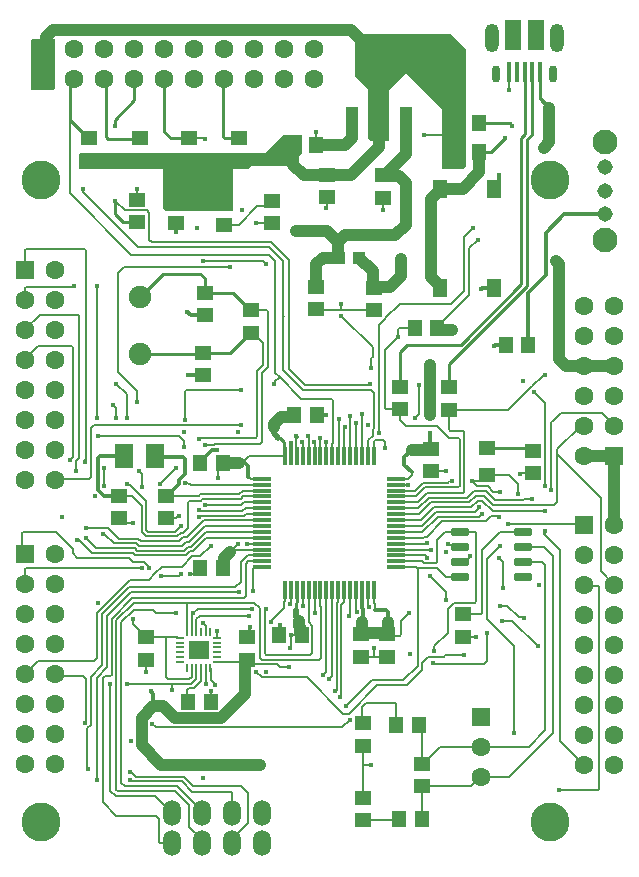
<source format=gbr>
%TF.GenerationSoftware,Altium Limited,Altium Designer,20.2.5 (213)*%
G04 Layer_Physical_Order=1*
G04 Layer_Color=255*
%FSLAX45Y45*%
%MOMM*%
%TF.SameCoordinates,0B4FD596-2A60-4D0F-BAE7-1B06E363B609*%
%TF.FilePolarity,Positive*%
%TF.FileFunction,Copper,L1,Top,Signal*%
%TF.Part,Single*%
G01*
G75*
%TA.AperFunction,SMDPad,CuDef*%
%ADD10R,1.39700X1.27000*%
%ADD11R,1.20000X1.40000*%
G04:AMPARAMS|DCode=12|XSize=1.58mm|YSize=0.6mm|CornerRadius=0.075mm|HoleSize=0mm|Usage=FLASHONLY|Rotation=0.000|XOffset=0mm|YOffset=0mm|HoleType=Round|Shape=RoundedRectangle|*
%AMROUNDEDRECTD12*
21,1,1.58000,0.45000,0,0,0.0*
21,1,1.43000,0.60000,0,0,0.0*
1,1,0.15000,0.71500,-0.22500*
1,1,0.15000,-0.71500,-0.22500*
1,1,0.15000,-0.71500,0.22500*
1,1,0.15000,0.71500,0.22500*
%
%ADD12ROUNDEDRECTD12*%
G04:AMPARAMS|DCode=13|XSize=1.56mm|YSize=0.28mm|CornerRadius=0.07mm|HoleSize=0mm|Usage=FLASHONLY|Rotation=90.000|XOffset=0mm|YOffset=0mm|HoleType=Round|Shape=RoundedRectangle|*
%AMROUNDEDRECTD13*
21,1,1.56000,0.14000,0,0,90.0*
21,1,1.42000,0.28000,0,0,90.0*
1,1,0.14000,0.07000,0.71000*
1,1,0.14000,0.07000,-0.71000*
1,1,0.14000,-0.07000,-0.71000*
1,1,0.14000,-0.07000,0.71000*
%
%ADD13ROUNDEDRECTD13*%
G04:AMPARAMS|DCode=14|XSize=1.56mm|YSize=0.28mm|CornerRadius=0.07mm|HoleSize=0mm|Usage=FLASHONLY|Rotation=180.000|XOffset=0mm|YOffset=0mm|HoleType=Round|Shape=RoundedRectangle|*
%AMROUNDEDRECTD14*
21,1,1.56000,0.14000,0,0,180.0*
21,1,1.42000,0.28000,0,0,180.0*
1,1,0.14000,-0.71000,0.07000*
1,1,0.14000,0.71000,0.07000*
1,1,0.14000,0.71000,-0.07000*
1,1,0.14000,-0.71000,-0.07000*
%
%ADD14ROUNDEDRECTD14*%
%ADD15R,1.40000X1.20000*%
%ADD16R,1.00000X2.40000*%
%ADD17R,3.30000X2.40000*%
%ADD18R,1.10000X1.00000*%
%TA.AperFunction,ConnectorPad*%
%ADD19R,1.42500X2.50000*%
%ADD20R,0.40000X1.75000*%
%TA.AperFunction,SMDPad,CuDef*%
%ADD21R,1.70000X1.54000*%
G04:AMPARAMS|DCode=22|XSize=0.22mm|YSize=0.64mm|CornerRadius=0.0275mm|HoleSize=0mm|Usage=FLASHONLY|Rotation=0.000|XOffset=0mm|YOffset=0mm|HoleType=Round|Shape=RoundedRectangle|*
%AMROUNDEDRECTD22*
21,1,0.22000,0.58500,0,0,0.0*
21,1,0.16500,0.64000,0,0,0.0*
1,1,0.05500,0.08250,-0.29250*
1,1,0.05500,-0.08250,-0.29250*
1,1,0.05500,-0.08250,0.29250*
1,1,0.05500,0.08250,0.29250*
%
%ADD22ROUNDEDRECTD22*%
G04:AMPARAMS|DCode=23|XSize=0.64mm|YSize=0.22mm|CornerRadius=0.0275mm|HoleSize=0mm|Usage=FLASHONLY|Rotation=0.000|XOffset=0mm|YOffset=0mm|HoleType=Round|Shape=RoundedRectangle|*
%AMROUNDEDRECTD23*
21,1,0.64000,0.16500,0,0,0.0*
21,1,0.58500,0.22000,0,0,0.0*
1,1,0.05500,0.29250,-0.08250*
1,1,0.05500,-0.29250,-0.08250*
1,1,0.05500,-0.29250,0.08250*
1,1,0.05500,0.29250,0.08250*
%
%ADD23ROUNDEDRECTD23*%
%ADD24R,1.65000X2.00000*%
%ADD25R,1.27000X1.52400*%
%TA.AperFunction,Conductor*%
%ADD26C,0.20000*%
%ADD27C,0.30000*%
%ADD28C,1.00000*%
%ADD29C,0.25000*%
%ADD30C,0.50000*%
%TA.AperFunction,ComponentPad*%
%ADD31C,1.30800*%
%ADD32C,2.10000*%
%ADD33C,1.60000*%
%ADD34R,1.60000X1.60000*%
%ADD35C,1.90500*%
%ADD36R,1.60000X1.60000*%
%ADD37O,1.52400X2.18440*%
%ADD38O,1.20000X2.40000*%
%ADD39O,0.73000X1.46000*%
%TA.AperFunction,ViaPad*%
%ADD40C,0.40000*%
%ADD41C,1.00000*%
%ADD42C,3.30000*%
G36*
X8813800Y10401300D02*
X8814767Y10400333D01*
X8809906Y10388600D01*
X8610600D01*
Y10807700D01*
X8623300Y10820400D01*
X8813800D01*
Y10401300D01*
D02*
G37*
G36*
X12293600Y10731500D02*
Y10236200D01*
Y9740900D01*
X12268200Y9715500D01*
X12090400D01*
Y10223500D01*
X11785600Y10528300D01*
X11645900Y10388600D01*
Y9956800D01*
X11493500D01*
X11468100Y9982200D01*
Y10388600D01*
X11353800Y10502900D01*
Y10858500D01*
X12166600D01*
X12293600Y10731500D01*
D02*
G37*
G36*
X10909300Y9855200D02*
X10795000Y9740900D01*
X10477500D01*
X10452100Y9715500D01*
X10325100D01*
Y9613900D01*
D01*
Y9359900D01*
X9753600D01*
X9728200Y9385300D01*
Y9597678D01*
Y9715500D01*
X9017000D01*
Y9842500D01*
X9029700Y9855200D01*
X10591800D01*
X10744200Y10007600D01*
X10909300D01*
Y9855200D01*
D02*
G37*
D10*
X10248900Y9245600D02*
D03*
Y9474200D02*
D03*
X12471400Y7124700D02*
D03*
Y7353300D02*
D03*
D11*
X10712260Y5766140D02*
D03*
X10902260D02*
D03*
X11030140Y7632360D02*
D03*
X10840140D02*
D03*
X10833100Y9918700D02*
D03*
X11023100D02*
D03*
X11729140Y4210320D02*
D03*
X11919140D02*
D03*
X11703740Y5010420D02*
D03*
X11893740D02*
D03*
X11861800Y8369300D02*
D03*
X12051800D02*
D03*
X9944600Y5207000D02*
D03*
X10134600D02*
D03*
X12215834Y9861392D02*
D03*
X12405834D02*
D03*
X12819960Y8222980D02*
D03*
X12629960D02*
D03*
X12216334Y10102692D02*
D03*
X12406334D02*
D03*
X10236200Y6337300D02*
D03*
X10046200D02*
D03*
X10236200Y7226300D02*
D03*
X10046200D02*
D03*
D12*
X12242500Y6642100D02*
D03*
Y6515100D02*
D03*
Y6388100D02*
D03*
Y6261100D02*
D03*
X12776500D02*
D03*
Y6388100D02*
D03*
Y6515100D02*
D03*
Y6642100D02*
D03*
D13*
X11512900Y7286300D02*
D03*
X11462900D02*
D03*
X11412900D02*
D03*
X11362900D02*
D03*
X11312900D02*
D03*
X11262900D02*
D03*
X11212900D02*
D03*
X11162900D02*
D03*
X11112900D02*
D03*
X11062900D02*
D03*
X11012900D02*
D03*
X10962900D02*
D03*
X10912900D02*
D03*
X10862900D02*
D03*
X10812900D02*
D03*
X10762900D02*
D03*
Y6150300D02*
D03*
X10812900D02*
D03*
X10862900D02*
D03*
X10912900D02*
D03*
X10962900D02*
D03*
X11012900D02*
D03*
X11062900D02*
D03*
X11112900D02*
D03*
X11162900D02*
D03*
X11212900D02*
D03*
X11262900D02*
D03*
X11312900D02*
D03*
X11362900D02*
D03*
X11412900D02*
D03*
X11462900D02*
D03*
X11512900D02*
D03*
D14*
X10569900Y7093300D02*
D03*
Y7043300D02*
D03*
Y6993300D02*
D03*
Y6943300D02*
D03*
Y6893300D02*
D03*
Y6843300D02*
D03*
Y6793300D02*
D03*
Y6743300D02*
D03*
Y6693300D02*
D03*
Y6643300D02*
D03*
Y6593300D02*
D03*
Y6543300D02*
D03*
Y6493300D02*
D03*
Y6443300D02*
D03*
Y6393300D02*
D03*
Y6343300D02*
D03*
X11705900D02*
D03*
Y6393300D02*
D03*
Y6443300D02*
D03*
Y6493300D02*
D03*
Y6543300D02*
D03*
Y6593300D02*
D03*
Y6643300D02*
D03*
Y6693300D02*
D03*
Y6743300D02*
D03*
Y6793300D02*
D03*
Y6843300D02*
D03*
Y6893300D02*
D03*
Y6943300D02*
D03*
Y6993300D02*
D03*
Y7043300D02*
D03*
Y7093300D02*
D03*
D15*
X11404600Y5588000D02*
D03*
Y5778000D02*
D03*
X12001160Y7156260D02*
D03*
Y7346260D02*
D03*
X10369820Y9975160D02*
D03*
Y9785160D02*
D03*
X9099820Y9975160D02*
D03*
Y9785160D02*
D03*
X9531620Y9975160D02*
D03*
Y9785160D02*
D03*
X9506220Y9454460D02*
D03*
Y9264460D02*
D03*
X9950720Y9975160D02*
D03*
Y9785160D02*
D03*
X12865100Y7137900D02*
D03*
Y7327900D02*
D03*
X9842160Y9448300D02*
D03*
Y9258300D02*
D03*
X11595100Y9474200D02*
D03*
Y9664200D02*
D03*
X11115505Y9477140D02*
D03*
Y9667140D02*
D03*
X11023260Y8717860D02*
D03*
Y8527860D02*
D03*
X10655300Y9448300D02*
D03*
Y9258300D02*
D03*
X11734800Y7684000D02*
D03*
Y7874000D02*
D03*
X11919220Y4679260D02*
D03*
Y4489260D02*
D03*
X11426434Y4832160D02*
D03*
Y5022160D02*
D03*
X12270407Y5757340D02*
D03*
Y5947340D02*
D03*
X11423808Y4390580D02*
D03*
Y4200580D02*
D03*
X9587736Y5562252D02*
D03*
Y5752252D02*
D03*
X10439400Y5752600D02*
D03*
Y5562600D02*
D03*
X11512900Y8521200D02*
D03*
Y8711200D02*
D03*
X12147820Y7866960D02*
D03*
Y7676960D02*
D03*
X10477500Y8331200D02*
D03*
Y8521200D02*
D03*
X9359900Y6946900D02*
D03*
Y6756900D02*
D03*
X9754234Y6946900D02*
D03*
Y6756900D02*
D03*
X10070760Y8159060D02*
D03*
Y7969060D02*
D03*
X10083460Y8667060D02*
D03*
Y8477060D02*
D03*
X11627825Y5778000D02*
D03*
Y5588000D02*
D03*
D16*
X11327000Y10124000D02*
D03*
X11557000D02*
D03*
X11787000D02*
D03*
D17*
X11557000Y10704000D02*
D03*
D18*
X11218000Y8966200D02*
D03*
X11388000D02*
D03*
D19*
X12694150Y10848500D02*
D03*
X12886650D02*
D03*
D20*
X12660400Y10541000D02*
D03*
X12725400D02*
D03*
X12790400D02*
D03*
X12855400D02*
D03*
X12920399D02*
D03*
D21*
X10031434Y5644992D02*
D03*
D22*
X9931434Y5799492D02*
D03*
X9971434D02*
D03*
X10011434D02*
D03*
X10051434D02*
D03*
X10091434D02*
D03*
X10131434D02*
D03*
Y5490492D02*
D03*
X10091434D02*
D03*
X10051434D02*
D03*
X10011434D02*
D03*
X9971434D02*
D03*
X9931434D02*
D03*
D23*
X10185934Y5744992D02*
D03*
Y5704992D02*
D03*
Y5664992D02*
D03*
Y5624992D02*
D03*
Y5584992D02*
D03*
Y5544992D02*
D03*
X9876934D02*
D03*
Y5584992D02*
D03*
Y5624992D02*
D03*
Y5664992D02*
D03*
Y5704992D02*
D03*
Y5744992D02*
D03*
D24*
X9398000Y7289800D02*
D03*
X9658000D02*
D03*
D25*
X12077700Y8712200D02*
D03*
X12534900D02*
D03*
X12077700Y9550400D02*
D03*
X12534900D02*
D03*
D26*
X10375900Y9245600D02*
X10528600Y9398300D01*
X10198100Y9245600D02*
X10375900D01*
X10528600Y9398300D02*
X10605300D01*
X10133924Y5207676D02*
Y5294907D01*
Y5207676D02*
X10134600Y5207000D01*
X10132434Y5386896D02*
X10167676Y5351654D01*
Y5344514D02*
Y5351654D01*
X9808227Y5359400D02*
X9817100D01*
X10185400Y5803900D02*
X10185934Y5803366D01*
Y5744992D02*
Y5803366D01*
X10551800Y5574316D02*
Y5996300D01*
X10591800Y5976288D02*
X10604500Y5988988D01*
Y5994400D01*
X10502866Y6045234D02*
X10551800Y5996300D01*
Y5574316D02*
X10563516Y5562600D01*
X10807700Y5664200D02*
X10812260Y5668760D01*
X11137900Y5397500D02*
X11160300Y5419900D01*
Y6147700D01*
X10812260Y5766140D02*
Y5770000D01*
Y5668760D02*
Y5766140D01*
X11087100Y5435600D02*
X11112500Y5461000D01*
X9424500Y5359400D02*
X9808227D01*
X10185934Y5544992D02*
X10447192D01*
X10452100Y5540084D02*
X10469584Y5522600D01*
X10447192Y5544992D02*
X10452100Y5540084D01*
X10469584Y5522600D02*
X10693400D01*
X10563516Y5562600D02*
X11051884D01*
X10565600Y5411000D02*
X10946600D01*
X10515600Y5461000D02*
X10565600Y5411000D01*
X10946600D02*
X11252200Y5105400D01*
X10515600Y5461000D02*
X10515600D01*
X10693400Y5522600D02*
X10716900Y5499100D01*
X10795000D01*
X10812260Y5766140D02*
X10902260D01*
X10718800Y5772680D02*
Y5854700D01*
X10712260Y5766140D02*
X10718800Y5772680D01*
X10973784Y5602600D02*
X10992260Y5621076D01*
X10603516Y5602600D02*
X10973784D01*
X11051884Y5562600D02*
X11063600Y5574316D01*
X10591800Y5614316D02*
X10603516Y5602600D01*
X11641987Y5774587D02*
X11650775Y5765800D01*
X11516213Y5588000D02*
X11627825D01*
X11404600D02*
X11516213D01*
Y5661513D02*
X11518900Y5664200D01*
X11516213Y5588000D02*
Y5661513D01*
X11627825Y5588000D02*
X11627825Y5588000D01*
X11462900Y6020334D02*
Y6150300D01*
Y6020334D02*
X11473801Y6009433D01*
X11523801Y5988723D02*
Y6030144D01*
X11512900Y6041044D02*
X11523801Y6030144D01*
X11521374Y5986297D02*
X11523801Y5988723D01*
X11521374Y5979226D02*
Y5986297D01*
X11512900Y6041044D02*
Y6150300D01*
X9577736Y5752252D02*
X9587736D01*
X9527736Y5802252D02*
X9577736Y5752252D01*
X9527736Y5802252D02*
Y5812252D01*
X9478027Y5861961D02*
X9527736Y5812252D01*
X9478027Y5861961D02*
Y5901673D01*
X9474200Y5905500D02*
X9478027Y5901673D01*
X9566305Y6392105D02*
X9613900Y6344510D01*
Y6337300D02*
Y6344510D01*
X9606690Y6235700D02*
X9665500Y6294510D01*
X9448800Y6235700D02*
X9606690D01*
X9665500Y6294510D02*
Y6294510D01*
X9715500Y6273800D02*
X9867900D01*
X9880600Y6286500D01*
X9720990Y6350000D02*
X9886474D01*
X9665500Y6294510D02*
X9720990Y6350000D01*
X9374500Y5876510D02*
X9479690Y5981700D01*
X9486655Y6045234D02*
X9943150D01*
X9334500Y5893079D02*
X9486655Y6045234D01*
X9334500Y4458616D02*
Y5893079D01*
X9294500Y5909647D02*
X9470087Y6085234D01*
X10416674D01*
X9479690Y5981700D02*
X9646228D01*
X9294500Y5434616D02*
Y5909647D01*
X9374500Y5342837D02*
Y5876510D01*
X9670828Y5957100D02*
X9842500D01*
X10067447Y5870782D02*
X10067718D01*
X10090434Y5848066D01*
X9169400Y5956300D02*
X9448800Y6235700D01*
X10992260Y5621076D02*
Y5848566D01*
X10591800Y5614316D02*
Y5976288D01*
X11063600Y5574316D02*
Y6010968D01*
X12123873Y7158973D02*
X12127700Y7162800D01*
X12111973Y7158973D02*
X12123873D01*
X12109260Y7156260D02*
X12111973Y7158973D01*
X11747500Y5777516D02*
Y5892800D01*
X11650775Y5765800D02*
X11735784D01*
X11747500Y5777516D01*
Y5892800D02*
X11811000Y5956300D01*
X11988800Y6273800D02*
X12128500Y6134100D01*
X12573000Y6426200D02*
X12611100Y6388100D01*
X12370784Y6642100D02*
X12382500Y6630384D01*
Y6057900D02*
Y6630384D01*
X12471400Y5908206D02*
Y6413500D01*
X12431400Y5959056D02*
Y6487800D01*
X12471400Y5908206D02*
X12700000Y5679606D01*
X12369800Y6045200D02*
X12382500Y6057900D01*
X12419684Y5947340D02*
X12431400Y5959056D01*
X12471400Y6413500D02*
X12585700Y6527800D01*
X12431400Y6487800D02*
X12585700Y6642100D01*
X12332500Y6429100D02*
Y6438900D01*
X12291500Y6388100D02*
X12332500Y6429100D01*
X12242500Y6388100D02*
X12291500D01*
X10316000Y6493300D02*
X10363200Y6540500D01*
X10299700Y6477000D02*
X10316000Y6493300D01*
X10198100Y7099300D02*
Y7188200D01*
X10236200Y7226300D01*
X10461300Y7286300D02*
X10762900D01*
X10401300Y7226300D02*
X10461300Y7286300D01*
X12141200Y6540500D02*
X12146600Y6535100D01*
X12222500D02*
X12242500Y6515100D01*
X12146600Y6535100D02*
X12222500D01*
X11997900Y6493300D02*
X12001500Y6489700D01*
X12039784Y6376200D02*
X12051500Y6387916D01*
X11705900Y6543300D02*
X11953500D01*
X11963400Y6553200D01*
X11705900Y6493300D02*
X11997900D01*
X12051500Y6387916D02*
Y6577800D01*
X11942690Y6376200D02*
X12039784D01*
X12051500Y6577800D02*
X12115800Y6642100D01*
X9308300Y7716188D02*
Y7721600D01*
Y7716188D02*
X9334500Y7689988D01*
Y7607300D02*
Y7689988D01*
X9232900Y7035800D02*
Y7188200D01*
X9924069Y6557300D02*
X9948305D01*
X9917168Y6596700D02*
X9917768Y6597300D01*
X9541747Y6565900D02*
X9866737D01*
X9898136Y6597300D02*
X9917168D01*
X9881568Y6637300D02*
X9901200D01*
X9866737Y6565900D02*
X9898136Y6597300D01*
X9833600Y6645900D02*
X9880600Y6692900D01*
X9588500Y6657616D02*
Y6908800D01*
Y6657616D02*
X9600216Y6645900D01*
X9850168Y6605900D02*
X9881568Y6637300D01*
X9901200D02*
X9944100Y6680200D01*
X9600216Y6645900D02*
X9833600D01*
X9548500Y6641047D02*
X9583647Y6605900D01*
X9850168D01*
X9548500Y6641047D02*
Y6865232D01*
X9917768Y6597300D02*
X9931737D01*
X9358174Y6586200D02*
X9521448D01*
X9541747Y6565900D01*
X9843000Y6756900D02*
X9867900Y6781800D01*
X9955816Y6906900D02*
X10050090D01*
X9944100Y6680200D02*
Y6895184D01*
X9955816Y6906900D01*
X10034442Y6769100D02*
X10045242Y6779900D01*
X10040217Y6821041D02*
X10061949D01*
X10053537Y6719100D02*
X10055152D01*
X10075952Y6739900D02*
X10566500D01*
X10032200Y6829058D02*
X10040217Y6821041D01*
X10085921Y6693300D02*
X10569900D01*
X10071721Y6679100D02*
X10085921Y6693300D01*
X10070106Y6679100D02*
X10071721D01*
X9948305Y6557300D02*
X10070106Y6679100D01*
X10055152Y6719100D02*
X10075952Y6739900D01*
X9931737Y6597300D02*
X10053537Y6719100D01*
X9923906Y6444000D02*
X9957205Y6477300D01*
X9504879Y6546200D02*
X9527079Y6524000D01*
X9510511Y6484000D02*
X9907337D01*
X9230016Y6629400D02*
X9313216Y6546200D01*
X9129400Y6466200D02*
X9471743D01*
X9907337Y6484000D02*
X9940637Y6517300D01*
X9165600Y6506200D02*
X9488311D01*
X9890769Y6524000D02*
X9924069Y6557300D01*
X9940637Y6517300D02*
X9964874D01*
X9477553Y6392105D02*
X9566305D01*
X9471743Y6466200D02*
X9493942Y6444000D01*
X9488311Y6506200D02*
X9510511Y6484000D01*
X9527079Y6524000D02*
X9890769D01*
X9264174Y6680200D02*
X9358174Y6586200D01*
X9973774Y6437300D02*
X10044100D01*
X9313216Y6546200D02*
X9504879D01*
X9443458Y6426200D02*
X9477553Y6392105D01*
X9080500Y6591300D02*
X9165600Y6506200D01*
X9493942Y6444000D02*
X9923906D01*
X9957205Y6477300D02*
X9981442D01*
X9017000Y6578600D02*
X9129400Y6466200D01*
X9886474Y6350000D02*
X9973774Y6437300D01*
X9004300Y6426200D02*
X9443458D01*
X9427227Y7043073D02*
X9454227D01*
X9754234Y6756900D02*
X9843000D01*
X9466832Y6946900D02*
X9548500Y6865232D01*
X9454227Y7043073D02*
X9588500Y6908800D01*
X9550400Y7023100D02*
Y7130088D01*
X9523900Y7156588D02*
X9550400Y7130088D01*
X9423400Y7046900D02*
X9427227Y7043073D01*
X9964874Y6517300D02*
X10090874Y6643300D01*
X9981442Y6477300D02*
X10028607Y6524464D01*
X10045242Y6779900D02*
X10417868D01*
X10063090Y6819900D02*
X10401300D01*
X10061949Y6821041D02*
X10063090Y6819900D01*
X10401300D02*
X10430700Y6849300D01*
X9359900Y6946900D02*
X9466832D01*
X9398500Y6718300D02*
X9474200D01*
X9359900Y6756900D02*
X9398500Y6718300D01*
X10566500Y6739900D02*
X10569900Y6743300D01*
X10431268Y6793300D02*
X10569900D01*
X10417868Y6779900D02*
X10431268Y6793300D01*
X10393568Y6869900D02*
X10416968Y6893300D01*
X10083800Y6869900D02*
X10393568D01*
X10387000Y6919900D02*
X10410400Y6943300D01*
X10063090Y6919900D02*
X10387000D01*
X9754234Y6946900D02*
X10033521D01*
X10046521Y6959900D01*
X10370431D02*
X10403832Y6993300D01*
X10050090Y6906900D02*
X10063090Y6919900D01*
X10046521Y6959900D02*
X10370431D01*
X9523900Y7156588D02*
Y7162000D01*
X9512300Y7747000D02*
Y7835900D01*
X9183200Y7454900D02*
X9867900D01*
X9143885Y7544600D02*
X10393007D01*
X9118600Y7519315D02*
X9143885Y7544600D01*
X9118600Y7106134D02*
Y7519315D01*
X9867900Y7454900D02*
X9906800Y7416000D01*
Y7366000D02*
Y7416000D01*
X9347200Y8001000D02*
X9512300Y7835900D01*
X9347200Y8001000D02*
Y8839200D01*
X9334500Y7899400D02*
X9423400Y7810500D01*
X9347200Y8839200D02*
X9398000Y8890000D01*
X10299700D01*
X10515600Y9258300D02*
X10655300D01*
X11861800Y7607300D02*
X11898800Y7644300D01*
Y7886700D01*
X10579100Y8940800D02*
X10604500Y8915400D01*
X10071100Y8940800D02*
X10579100D01*
X10076760Y9975160D02*
X10082420Y9969500D01*
X9950720Y9975160D02*
X10076760D01*
X11316375Y7485530D02*
Y7613284D01*
X11312900Y7482055D02*
X11316375Y7485530D01*
X11310400Y7619258D02*
Y7624670D01*
Y7619258D02*
X11316375Y7613284D01*
X11312900Y7286300D02*
Y7482055D01*
X11558100Y8395800D02*
X11593500Y8431200D01*
X11518100Y7518987D02*
Y7819920D01*
X11494484Y7843535D02*
X11518100Y7819920D01*
X11506200Y7507087D02*
X11518100Y7518987D01*
X11556200Y7483012D02*
X11558100Y7484912D01*
Y8395800D01*
X11506200Y7455795D02*
Y7507087D01*
X11466900Y7364016D02*
X11468900Y7366016D01*
Y7418495D02*
X11506200Y7455795D01*
X11494300Y8033535D02*
Y8114106D01*
X11462900Y7286300D02*
X11466900Y7290300D01*
Y7364016D01*
X11473362Y7886700D02*
X11480198Y7893535D01*
X11468900Y7366016D02*
Y7418495D01*
X10914365Y7843535D02*
X11494484D01*
X10934700Y7886700D02*
X11473362D01*
X11266375Y7525750D02*
Y7534100D01*
X9930416Y7848600D02*
X10388600D01*
X10668000Y7898600D02*
X10671827Y7902427D01*
Y7908837D01*
X9918700Y7594600D02*
Y7836884D01*
X9930416Y7848600D01*
X11596084Y7417600D02*
X11607800Y7405884D01*
X11524574Y7417600D02*
X11596084D01*
X11512858Y7286342D02*
Y7405884D01*
X11524574Y7417600D01*
X11512858Y7286342D02*
X11512900Y7286300D01*
X11607800Y7354100D02*
Y7405884D01*
X11504300Y8124106D02*
Y8205300D01*
X11494300Y8114106D02*
X11504300Y8124106D01*
X10671827Y7908837D02*
X10715995Y7953005D01*
X10896600Y7772400D01*
X10680700Y7988300D02*
X10715995Y7953005D01*
X11410400Y7635838D02*
Y7641250D01*
Y7635838D02*
X11416375Y7629864D01*
Y7493819D02*
Y7629864D01*
X11239500Y8470100D02*
X11504300Y8205300D01*
X12052300Y7543800D02*
X12153900Y7442200D01*
X11734800Y7594602D02*
X11785602Y7543800D01*
X12052300D01*
X11608883Y7695716D02*
Y8179883D01*
X11620599Y7684000D02*
X11734800D01*
X11608883Y7695716D02*
X11620599Y7684000D01*
X11252200Y5105400D02*
X11303000D01*
X11248100Y4987000D02*
X11315700Y5054600D01*
X9669900Y4987000D02*
X11248100D01*
X11277600Y5168900D02*
X11495400Y5386700D01*
X11303000Y5105400D02*
X11544300Y5346700D01*
X11417300Y5031294D02*
Y5163132D01*
X11448468Y5194300D02*
X11692024D01*
X11417300Y5163132D02*
X11448468Y5194300D01*
X11544300Y5346700D02*
X11798300D01*
X11762100Y5386700D02*
X11885300Y5509900D01*
X11495400Y5386700D02*
X11762100D01*
X11798300Y5346700D02*
X11925300Y5473700D01*
X11703740Y5010420D02*
Y5182584D01*
X11692024Y5194300D02*
X11703740Y5182584D01*
X11925300Y5473700D02*
Y5537200D01*
X11885300Y5919484D02*
X11887816Y5922000D01*
Y6331584D01*
X11883200Y6336200D02*
X11887816Y6331584D01*
X11885300Y5509900D02*
Y5919484D01*
X11925300Y5537200D02*
X11976100Y5588000D01*
X11876100Y6343300D02*
X11883200Y6336200D01*
X11976100Y5588000D02*
X12106744D01*
X12119444Y5600700D02*
X12280900D01*
X12106744Y5588000D02*
X12119444Y5600700D01*
X12026900Y5638000D02*
Y5676900D01*
X12598400Y5892800D02*
X12687300D01*
X12585700Y6019800D02*
X12641888D01*
X12785073Y5922027D02*
X12788900Y5918200D01*
X12739661Y5922027D02*
X12785073D01*
X12641888Y6019800D02*
X12739661Y5922027D01*
X11012900Y5956300D02*
Y6150300D01*
X12014200Y5537200D02*
X12026900Y5524500D01*
X12446000D01*
X12471400Y5549900D01*
Y5791200D01*
X12270407Y5757340D02*
X12378260D01*
X12700000Y4940300D02*
Y5679606D01*
X12378260Y5757340D02*
X12382500Y5753100D01*
X12687300Y5892800D02*
X12903200Y5676900D01*
X9089595Y4639105D02*
X9096805Y4631895D01*
X9089595Y4639105D02*
Y4979484D01*
X9118600Y5008490D01*
X9078600Y5039200D02*
Y5400384D01*
X9068600Y5029200D02*
X9078600Y5039200D01*
X9283700Y4452847D02*
Y5359400D01*
Y4452847D02*
X9329647Y4406900D01*
X12526805Y6985000D02*
X12585700D01*
X12483005Y7028800D02*
X12526805Y6985000D01*
X12519500Y6822600D02*
X12965900D01*
X12962073Y6636206D02*
Y6650973D01*
X13043884Y6872600D02*
X13067500Y6896216D01*
X12449868Y6948800D02*
X12526068Y6872600D01*
X13043884D01*
X12962073Y6650973D02*
X12965900Y6654800D01*
X12787189Y6922600D02*
X12852400D01*
X12777189Y6912600D02*
X12787189Y6922600D01*
X12542637Y6912600D02*
X12777189D01*
X12466437Y6988800D02*
X12542637Y6912600D01*
X12738100Y6962600D02*
Y7048500D01*
X12661900Y7124700D02*
X12738100Y7048500D01*
X13067500Y6896216D02*
Y7303300D01*
X13423900Y4469416D02*
Y6173184D01*
X13081000Y4457700D02*
X13412184D01*
X13296899Y6184900D02*
X13412184D01*
X13296899D02*
Y6197600D01*
X13412184Y6184900D02*
X13423900Y6173184D01*
X13412184Y4457700D02*
X13423900Y4469416D01*
X9956800Y6286500D02*
X9996200D01*
X10046200Y6336500D02*
Y6337300D01*
X9996200Y6286500D02*
X10046200Y6336500D01*
X9982200Y5951688D02*
Y5957100D01*
X9254500Y5927100D02*
X9461500Y6134100D01*
X10374766D01*
X9444932Y6174100D02*
X10339700D01*
X9943150Y6045234D02*
X10502866D01*
X9931434Y6033518D02*
X9943150Y6045234D01*
X9986027Y5957100D02*
X9987564D01*
X9214500Y5943669D02*
X9444932Y6174100D01*
X9931434Y5799492D02*
Y6033518D01*
X9646228Y5981700D02*
X9670828Y5957100D01*
X9971434Y5940922D02*
X9982200Y5951688D01*
X10442200Y6543300D02*
X10442200Y6543300D01*
X10439400Y6543300D02*
X10442200D01*
X10442200Y6543300D02*
X10569900D01*
X12496800Y7099300D02*
X12522200Y7124700D01*
X12422500Y7075800D02*
X12471400Y7124700D01*
X12344400Y7075800D02*
X12422500D01*
X10388600Y4495800D02*
X10452100Y4432300D01*
X10310830Y4040357D02*
X10452100Y4181627D01*
Y4432300D01*
X9919605Y4558395D02*
X9982200Y4495800D01*
X10388600D01*
X9889511Y4530111D02*
X9974622Y4445000D01*
X10313370Y4261337D02*
Y4433284D01*
X10301655Y4445000D02*
X10313370Y4433284D01*
X9974622Y4445000D02*
X10301655D01*
X10061910Y4261337D02*
Y4276390D01*
X9403690Y4490111D02*
X9848189D01*
X10061910Y4276390D01*
X9951570Y4146887D02*
Y4330162D01*
X9346216Y4446900D02*
X9834832D01*
X9951570Y4330162D01*
X12953999Y6515100D02*
X13030200Y6438900D01*
Y4940300D02*
Y6438900D01*
X12954633Y6628767D02*
X13093700Y6489700D01*
X12661900Y4572000D02*
X13030200Y4940300D01*
X13093700Y4876800D02*
X13296899Y4673600D01*
X13093700Y4876800D02*
Y6489700D01*
X12827000Y4826000D02*
X12966701Y4965700D01*
X12941299Y6388100D02*
X12966701Y6362700D01*
X12776500Y6388100D02*
X12941299D01*
X12966701Y4965700D02*
Y6362700D01*
X12776500Y6515100D02*
X12953999D01*
X12954633Y6628767D02*
X12962073Y6636206D01*
X12522200Y7124700D02*
X12661900D01*
X12471400D02*
X12496800Y7099300D01*
X12344400Y7075800D02*
X12391400Y7028800D01*
X12483005D01*
X12280900Y6984016D02*
Y7487904D01*
X12240900Y7034816D02*
Y7430484D01*
X12225698Y7019613D02*
X12240900Y7034816D01*
X12229184Y7442200D02*
X12240900Y7430484D01*
X12153900Y7442200D02*
X12229184D01*
X11947213Y7019613D02*
X12225698D01*
X12269184Y6972300D02*
X12280900Y6984016D01*
X12269184Y7499620D02*
X12280900Y7487904D01*
X12159536Y7499620D02*
X12269184D01*
X12147820Y7511336D02*
X12159536Y7499620D01*
X11963400Y6972300D02*
X12269184D01*
X12144292Y7059613D02*
X12154752Y7070073D01*
X11930645Y7059613D02*
X12144292D01*
X11864332Y6993300D02*
X11930645Y7059613D01*
X11874900Y6947300D02*
X11947213Y7019613D01*
X11705900Y6993300D02*
X11864332D01*
X10617200Y8039342D02*
Y8509484D01*
X10629900Y8991600D02*
X10680700Y8940800D01*
X10487500Y8331200D02*
X10577200Y8241500D01*
X10896600Y7772400D02*
X11151184D01*
X10477500Y8521200D02*
X10605484D01*
X10577200Y8055910D02*
Y8241500D01*
X10680700Y7988300D02*
Y8940800D01*
X10744269Y8013631D02*
Y8470900D01*
X10566400Y7988542D02*
X10617200Y8039342D01*
X10795000Y8026400D02*
X10934700Y7886700D01*
X10605484Y8521200D02*
X10617200Y8509484D01*
X10744269Y8013631D02*
X10914365Y7843535D01*
X10526400Y8005110D02*
X10577200Y8055910D01*
X9461500Y8991600D02*
X10629900D01*
X11166105Y7399310D02*
Y7757479D01*
X11151184Y7772400D02*
X11166105Y7757479D01*
X10795000Y8026400D02*
Y8947553D01*
X10744270Y8470900D02*
Y8934962D01*
X10623651Y9055580D02*
X10744270Y8934962D01*
X9324670Y9445930D02*
X9406140Y9364460D01*
X9321800Y9448800D02*
X9324670Y9445930D01*
X9518650Y9055580D02*
X10623651D01*
X9636920Y9095580D02*
X10646972D01*
X10795000Y8947553D01*
X9613900Y9118600D02*
X9636920Y9095580D01*
X9613900Y9118600D02*
Y9343620D01*
X9593060Y9364460D02*
X9613900Y9343620D01*
X9406140Y9364460D02*
X9593060D01*
X12404773Y6848826D02*
X12405647D01*
X12407100Y6850279D01*
X12611100Y6172200D02*
Y6388100D01*
X12270407Y5947340D02*
X12419684D01*
X12195841Y6045200D02*
X12369800D01*
X12242500Y6642100D02*
X12370784D01*
X12115800D02*
X12242500D01*
X9842160Y9181300D02*
Y9258300D01*
X9169400Y7607300D02*
Y8724900D01*
X13289259Y6713240D02*
X13296899Y6705600D01*
X12654260Y6713240D02*
X13289259D01*
X12585700Y6642100D02*
X12776500D01*
X12568373Y6776427D02*
X12572200Y6772600D01*
X12377468Y6948800D02*
X12449868D01*
X12534873Y6776427D02*
X12568373D01*
X12433300Y6908800D02*
X12519500Y6822600D01*
X12529500Y6781800D02*
X12534873Y6776427D01*
X12394037Y6908800D02*
X12433300D01*
X12874335Y7826666D02*
X12966701Y7734300D01*
Y7035800D02*
Y7734300D01*
X11709900Y6947300D02*
X11874900D01*
X11888400Y6897300D02*
X11963400Y6972300D01*
X11709900Y6897300D02*
X11888400D01*
X11890968Y6843300D02*
X11979968Y6932300D01*
X11705900Y6793300D02*
X11897537D01*
X11705900Y6843300D02*
X11890968D01*
X11979968Y6932300D02*
X12304400D01*
X11996537Y6892300D02*
X12320968D01*
X11897537Y6793300D02*
X11996537Y6892300D01*
X12368247Y6812300D02*
X12404773Y6848826D01*
X12426788Y6795462D02*
X12432200D01*
X12337537Y6852300D02*
X12394037Y6908800D01*
X12360900Y6988800D02*
X12466437D01*
X12304400Y6932300D02*
X12360900Y6988800D01*
X12021200Y6852300D02*
X12337537D01*
X12320968Y6892300D02*
X12377468Y6948800D01*
X12403627Y6772300D02*
X12426788Y6795462D01*
X11912200Y6743300D02*
X12021200Y6852300D01*
X12460000Y6732300D02*
X12509500Y6781800D01*
X11926500Y6643300D02*
X12055500Y6772300D01*
X11962600Y6603200D02*
X12091700Y6732300D01*
X12055500Y6772300D02*
X12403627D01*
X12091700Y6732300D02*
X12460000D01*
X11919932Y6693300D02*
X12038932Y6812300D01*
X12368247D01*
X13067500Y7303300D02*
Y7339800D01*
X13068300Y7340600D01*
Y7340669D01*
X13271004Y7543372D01*
X13017500Y6997700D02*
Y7570184D01*
X13271004Y7543372D02*
X13296999D01*
X13067500Y7303300D02*
X13436600Y6934200D01*
X13100688Y7653372D02*
X13443964D01*
X13030200Y7582884D02*
X13100688Y7653372D01*
X13017500Y7570184D02*
X13030200Y7582884D01*
X13550999Y7543372D02*
Y7546337D01*
X13443964Y7653372D02*
X13550999Y7546337D01*
X13436600Y6311900D02*
Y6934200D01*
Y6311900D02*
X13550900Y6197600D01*
X12509500Y6781800D02*
X12529500D01*
X11938000Y10007600D02*
X12103100D01*
X12280900Y9143200D02*
X12357900Y9220200D01*
X12280900Y8686800D02*
Y9143200D01*
X12320900Y9044300D02*
X12395200Y9118600D01*
X12051800Y8369300D02*
Y8379300D01*
X12320900Y8648400D01*
Y9044300D01*
X12166600Y8572500D02*
X12280900Y8686800D01*
X10045700Y7442200D02*
X10514684D01*
X10526400Y7453916D02*
Y8005110D01*
X10548600Y7386300D02*
X10566400Y7404100D01*
X10163890Y7386300D02*
X10548600D01*
X10566400Y7404100D02*
Y7988542D01*
X10514684Y7442200D02*
X10526400Y7453916D01*
X10033000Y7429500D02*
X10045700Y7442200D01*
X12853624Y7876666D02*
X12855066D01*
X12961288Y7975600D02*
X12966701D01*
X12952283Y7966595D02*
X12961288Y7975600D01*
X12855066Y7876666D02*
X12944995Y7966595D01*
X12952283D01*
X11734800Y8572500D02*
X12166600D01*
X11612900Y8450600D02*
X11734800Y8572500D01*
X11595326Y8431200D02*
X11612900Y8448774D01*
X11593500Y8431200D02*
X11595326D01*
X11612900Y8448774D02*
Y8450600D01*
X11264637Y7524012D02*
X11266375Y7525750D01*
X11362900Y7565725D02*
X11366375Y7569200D01*
X11264637Y7288037D02*
Y7524012D01*
X11412900Y7490344D02*
X11416375Y7493819D01*
X11608883Y8179883D02*
X11722100Y8293100D01*
Y8357584D01*
X11733816Y8369300D02*
X11861800D01*
X11722100Y8357584D02*
X11733816Y8369300D01*
X12157820Y7676960D02*
X12653918D01*
X12853624Y7876666D01*
X12751300Y7137900D02*
X12865100D01*
X12750800Y7137400D02*
X12751300Y7137900D01*
X12001160Y7156260D02*
X12109260D01*
X11705900Y7093300D02*
X11805000D01*
X11836400Y7124700D02*
Y7150100D01*
X11805000Y7093300D02*
X11836400Y7124700D01*
X11705900Y7043300D02*
X11805800D01*
X11705900Y6893300D02*
X11709900Y6897300D01*
X11705900Y6943300D02*
X11709900Y6947300D01*
X11705900Y6743300D02*
X11912200D01*
X12026900Y5676900D02*
X12141200Y5791200D01*
X11023100Y10032500D02*
X11023600Y10033000D01*
X11023100Y9918700D02*
Y10032500D01*
X11426434Y4673600D02*
Y4832160D01*
Y4393206D02*
Y4673600D01*
X11493500D01*
X11423808Y4390580D02*
X11426434Y4393206D01*
X9817100Y5359400D02*
X9969500D01*
X9804400Y5308600D02*
X9808227Y5312427D01*
Y5350527D01*
X9817100Y5359400D01*
X11062900Y6011668D02*
X11063600Y6010968D01*
X11062900Y6011668D02*
Y6150300D01*
X11112500Y5461000D02*
Y6149900D01*
X10912900Y6021700D02*
Y6150300D01*
X10911000Y6019800D02*
X10912900Y6021700D01*
X10962900Y5877926D02*
Y6150300D01*
Y5877926D02*
X10992260Y5848566D01*
X10024064Y5993600D02*
X10483790D01*
X9987564Y5957100D02*
X10024064Y5993600D01*
X10642600Y5880100D02*
Y5885300D01*
X10754300Y5997000D01*
Y6053210D01*
X10758900Y6146300D02*
X10762900Y6150300D01*
X10758900Y6057810D02*
Y6146300D01*
X10754300Y6053210D02*
X10758900Y6057810D01*
X10812900Y6041100D02*
Y6150300D01*
X10804300Y6032500D02*
X10812900Y6041100D01*
X10460127Y5807727D02*
X10464800Y5812400D01*
Y5842000D01*
X10439400Y5787000D02*
X10464800Y5812400D01*
X10460127Y5807727D02*
Y5824627D01*
X10439400Y5752600D02*
Y5787000D01*
X10132434Y5386896D02*
Y5489492D01*
X10131434Y5490492D02*
X10132434Y5489492D01*
X10093324Y5355365D02*
Y5362576D01*
X9993000Y5319400D02*
X10046500Y5372900D01*
X10051434Y5384766D02*
Y5490492D01*
X10046500Y5379832D02*
X10051434Y5384766D01*
X10046500Y5372900D02*
Y5379832D01*
X10091434Y5364466D02*
X10093324Y5362576D01*
X10091434Y5364466D02*
Y5490492D01*
X9946000Y5319400D02*
X9993000D01*
X9588500Y5461000D02*
Y5561488D01*
X9587736Y5562252D02*
X9588500Y5561488D01*
X10090434Y5800492D02*
X10091434Y5799492D01*
X10090434Y5800492D02*
Y5848066D01*
X10031434Y5640366D02*
Y5644992D01*
X9934284Y5217316D02*
X9944600Y5207000D01*
X9934284Y5217316D02*
Y5307684D01*
X9946000Y5319400D01*
X9969500Y5359400D02*
X10011434Y5401334D01*
Y5490492D01*
X9971434Y5417903D02*
Y5490492D01*
X9952932Y5399400D02*
X9971434Y5417903D01*
X9770168Y5399400D02*
X9952932D01*
X9640400Y5016500D02*
X9669900Y4987000D01*
X11240300Y5256016D02*
Y6023446D01*
X11226800Y5244300D02*
X11228584D01*
X11240300Y5256016D01*
X9374500Y5342837D02*
X9376400Y5340937D01*
Y4517401D02*
Y5340937D01*
Y4517401D02*
X9403690Y4490111D01*
X9334500Y4458616D02*
X9346216Y4446900D01*
X10393007Y7544600D02*
X10393306Y7544900D01*
X10859300Y7446900D02*
X10862900Y7450500D01*
X10859300Y7289900D02*
Y7446900D01*
Y7289900D02*
X10862900Y7286300D01*
X10909300Y7404100D02*
X10912900Y7400500D01*
Y7286300D02*
Y7400500D01*
X11946300Y6443300D02*
X11963400Y6426200D01*
X11705900Y6443300D02*
X11946300D01*
X11883200Y6336200D02*
X12053400D01*
X12128500Y6261100D01*
X11925590Y6393300D02*
X11942690Y6376200D01*
X11705900Y6393300D02*
X11925590D01*
X11942690Y6603200D02*
X11962600D01*
X11932790Y6593300D02*
X11942690Y6603200D01*
X11705900Y6593300D02*
X11932790D01*
X12141200Y5791200D02*
Y5990559D01*
X12195841Y6045200D01*
X8820400Y7094418D02*
X9106884D01*
X9118600Y7106134D01*
X8685550Y8483600D02*
X9006884D01*
X9018600Y7272932D02*
Y8471884D01*
X9006884Y8483600D02*
X9018600Y8471884D01*
X8990800Y7162800D02*
Y7245132D01*
X9068600Y7239000D02*
X9072427Y7242827D01*
X8990800Y7245132D02*
X9018600Y7272932D01*
X9072427Y7242827D02*
Y7257349D01*
X9075539Y7260461D01*
X8569950Y9038394D02*
X9063823D01*
X9075539Y7260461D02*
Y9026678D01*
X9063823Y9038394D02*
X9075539Y9026678D01*
X12128500Y6070600D02*
Y6134100D01*
X9220200Y4356100D02*
Y5404432D01*
X9169400Y4546600D02*
Y5410200D01*
X10028607Y6524464D02*
X10097442Y6593300D01*
X10044100Y6437300D02*
X10134600Y6527800D01*
X10028607Y6524464D02*
Y6524464D01*
X11112900Y7404100D02*
X11112900Y7404100D01*
Y7286300D02*
Y7404100D01*
X11061700Y7439800D02*
X11062900Y7438600D01*
Y7286300D02*
Y7438600D01*
X9118600Y5008490D02*
Y5415968D01*
X9220200Y6629400D02*
X9230016D01*
X9080500Y6680200D02*
X9264174D01*
X9702800Y7048500D02*
X9842500Y7188200D01*
X11011500Y7403500D02*
X11012900Y7402100D01*
X11011500Y7403500D02*
Y7404100D01*
X11012900Y7286300D02*
Y7402100D01*
X10960100Y7454900D02*
X10961500Y7453500D01*
Y7287700D02*
Y7453500D01*
X11362900Y7286300D02*
Y7565725D01*
X11412900Y7286300D02*
Y7490344D01*
X11262900Y7286300D02*
X11264637Y7288037D01*
X11212900Y7286300D02*
X11216375Y7289775D01*
Y7596875D01*
X11200300Y6040014D02*
X11212900Y6052614D01*
X11362900Y5973524D02*
X11367900Y5968524D01*
X11188700Y5295900D02*
X11200300Y5307500D01*
X10416968Y6893300D02*
X10569900D01*
X11705900Y6643300D02*
X11926500D01*
X9936079Y7056521D02*
X9947927Y7044673D01*
X11200300Y5307500D02*
Y6040014D01*
X11212900Y6052614D02*
Y6150300D01*
X11262900Y6046046D02*
Y6150300D01*
X11705900Y6693300D02*
X11919932D01*
X11162900Y7396105D02*
X11166105Y7399310D01*
X10490200Y6337584D02*
X10491916Y6339300D01*
X11303000Y5933606D02*
X11312900Y5943506D01*
X11362900Y5973524D02*
Y6150300D01*
X11162900Y7286300D02*
Y7396105D01*
X10490200Y6146800D02*
Y6337584D01*
X11240300Y6023446D02*
X11262900Y6046046D01*
X10565900Y6339300D02*
X10569900Y6343300D01*
X9962069Y7044673D02*
X9963442Y7043300D01*
X11160300Y6147700D02*
X11162900Y6150300D01*
X9918967Y7055978D02*
X9919511Y7056521D01*
X11112500Y6149900D02*
X11112900Y6150300D01*
X11312900Y5943506D02*
Y6150300D01*
X10961500Y7287700D02*
X10962900Y7286300D01*
X9947927Y7044673D02*
X9962069D01*
X9919511Y7056521D02*
X9936079D01*
X9963442Y7043300D02*
X10569900D01*
X10491916Y6339300D02*
X10565900D01*
X10430700Y6849300D02*
X10528300D01*
X11412900Y7286300D02*
X11412900Y7286300D01*
X10083009Y7379491D02*
X10157080D01*
X10163890Y7386300D01*
X8558234Y6203792D02*
Y6325584D01*
X8569950Y6337300D02*
X9550400D01*
X8558234Y6325584D02*
X8569950Y6337300D01*
X8966200Y6464300D02*
X9004300Y6426200D01*
X8818742Y5448300D02*
X8844142Y5422900D01*
X9056084D01*
X9078600Y5400384D01*
X8812234Y5441792D02*
X8818742Y5448300D01*
X10097442Y6593300D02*
X10569900D01*
X9169400Y5579085D02*
Y5956300D01*
X9142108Y5551792D02*
X9169400Y5579085D01*
X8668234Y5551792D02*
X9142108D01*
X8558234Y5441792D02*
X8668234Y5551792D01*
X9254500Y5495300D02*
Y5927100D01*
X9282784Y5422900D02*
X9294500Y5434616D01*
X9220200Y4356100D02*
X9334500Y4241800D01*
X9214500Y5511869D02*
Y5943669D01*
X9238668Y5422900D02*
X9282784D01*
X9169400Y5410200D02*
X9254500Y5495300D01*
X9220200Y5404432D02*
X9238668Y5422900D01*
X9334500Y4241800D02*
X9669637D01*
X9118600Y5415968D02*
X9214500Y5511869D01*
X11705900Y6343300D02*
X11876100D01*
X8940800Y7251700D02*
X8966200Y7277100D01*
Y8205184D01*
X10040210Y5930900D02*
X10456300D01*
X10374766Y6134100D02*
X10375900Y6135234D01*
X9001992Y6578600D02*
X9017000D01*
X12660400Y10390100D02*
X12661900Y10388600D01*
X12660400Y10390100D02*
Y10541000D01*
X11239500Y8521200D02*
X11512900D01*
X11029920D02*
X11239500D01*
Y8572500D01*
X11023260Y8527860D02*
X11029920Y8521200D01*
X11595100Y9372600D02*
Y9474200D01*
X11112500Y9385300D02*
X11115505Y9388305D01*
Y9477140D01*
X10605300Y9398300D02*
X10655300Y9448300D01*
X9506220Y9544320D02*
X9512300Y9550400D01*
X9506220Y9454460D02*
Y9544320D01*
X8534400Y6527792D02*
X8585200D01*
X8966200Y6464300D02*
Y6502400D01*
X8546116Y6642100D02*
X8826500D01*
X8534400Y6630384D02*
X8546116Y6642100D01*
X8558234Y6457792D02*
X8623300Y6522858D01*
X8590134D02*
X8623300D01*
X8826500Y6642100D02*
X8966200Y6502400D01*
X8585200Y6527792D02*
X8590134Y6522858D01*
X8534400Y6527792D02*
Y6630384D01*
X9971434Y5799492D02*
Y5940922D01*
X10011434Y5902124D02*
X10040210Y5930900D01*
X10011434Y5799492D02*
Y5902124D01*
X9448800Y4610100D02*
X9461500D01*
X9501489Y4570111D01*
X8558234Y9026678D02*
X8569950Y9038394D01*
X8558234Y8864252D02*
Y9026678D01*
Y8610252D02*
Y8708537D01*
X8569950Y8720252D01*
X8974252D01*
X8978900Y8724900D01*
X8558234Y8356252D02*
X8559800Y8357818D01*
Y8357850D02*
X8685550Y8483600D01*
X10090874Y6643300D02*
X10569900D01*
X8558234Y8139134D02*
X8595116D01*
X8558234Y8102252D02*
Y8139134D01*
X8595116D02*
X8672882Y8216900D01*
X8954484D01*
X8966200Y8205184D01*
X9423400Y7607300D02*
Y7810500D01*
X10316000Y6493300D02*
X10569900D01*
X10388390Y6386367D02*
X10445323Y6443300D01*
X10569900D01*
X8812234Y7086252D02*
X8820400Y7094418D01*
X8559800Y8357818D02*
Y8357850D01*
X9754234Y6946900D02*
X9754234Y6946900D01*
X10410400Y6943300D02*
X10569900D01*
X10470800Y7093300D02*
X10569900D01*
X10452100Y7112000D02*
X10470800Y7093300D01*
X11734800Y7594602D02*
Y7684000D01*
X12147820Y7511336D02*
Y7676960D01*
X12075960Y4826000D02*
X12420600D01*
X12827000D01*
X12420600Y4572000D02*
X12661900D01*
X12337860Y4489260D02*
X12420600Y4572000D01*
X11919220Y4210400D02*
Y4489260D01*
X11919140Y4210320D02*
X11919220Y4210400D01*
Y4679260D02*
Y4984940D01*
X11893740Y5010420D02*
X11919220Y4984940D01*
Y4679260D02*
X11929220D01*
X12075960Y4826000D01*
X11919220Y4489260D02*
X12337860D01*
X11423808Y4200580D02*
X11719400D01*
X11729140Y4210320D01*
X11417300Y5031294D02*
X11426434Y5022160D01*
X9329647Y4406900D02*
X9659807D01*
X12128500Y6261100D02*
X12242500D01*
X10477500Y8331200D02*
X10487500D01*
X10502400Y8496300D02*
X10515100Y8509000D01*
X10403832Y6993300D02*
X10569900D01*
X9754234Y6946900D02*
X9764234D01*
X10310830Y4007337D02*
Y4040357D01*
X10388390Y6222790D02*
Y6386367D01*
X10428390Y6096950D02*
Y6369799D01*
X10451891Y6393300D02*
X10569900D01*
X10428390Y6369799D02*
X10451891Y6393300D01*
X10339700Y6174100D02*
X10388390Y6222790D01*
X9917795Y4558395D02*
X9919605D01*
X9906079Y4570111D02*
X9917795Y4558395D01*
X9501489Y4570111D02*
X9906079D01*
X9458800Y4530111D02*
X9889511D01*
X9448800Y4540111D02*
X9458800Y4530111D01*
X9659807Y4406900D02*
X9805370Y4261337D01*
X10416674Y6085234D02*
X10428390Y6096950D01*
X9669637Y4241800D02*
X9695963Y4215474D01*
Y4019053D02*
Y4215474D01*
X9707679Y4007337D02*
X9802830D01*
X9695963Y4019053D02*
X9707679Y4007337D01*
X9951570Y4146887D02*
X10058100Y4040357D01*
X9753600Y5415968D02*
X9770168Y5399400D01*
X9753600Y5415968D02*
Y5752252D01*
X10058100Y4007337D02*
Y4040357D01*
X9753600Y5752252D02*
X9848674D01*
X9587736D02*
X9753600D01*
X9848674D02*
X9854934Y5745992D01*
X9875934D01*
X8940800Y9512300D02*
Y10134180D01*
X9055100Y9519130D02*
Y9550400D01*
Y9519130D02*
X9518650Y9055580D01*
X8940800Y9512300D02*
X9461500Y8991600D01*
D27*
X9626600Y5295900D02*
X9648679Y5273821D01*
Y5165579D02*
Y5273821D01*
X11523849Y5981700D02*
X11615626D01*
X11521374Y5979226D02*
X11523849Y5981700D01*
X10401300Y7226300D02*
X10426700D01*
X10375900D02*
X10401300D01*
X9950640Y7969060D02*
X10070760D01*
X9944100Y7975600D02*
X9950640Y7969060D01*
X11303000Y5930900D02*
Y5933606D01*
X11988800Y7358620D02*
X12001160Y7346260D01*
X11988800Y7358620D02*
Y7480300D01*
X10809300Y7388869D02*
Y7391575D01*
Y7388869D02*
X10811900Y7386269D01*
Y7287300D02*
Y7386269D01*
X12540980Y8222980D02*
X12629960D01*
X12534900Y8216900D02*
X12540980Y8222980D01*
X10858500Y7454900D02*
X10862900Y7450500D01*
X10811900Y7287300D02*
X10812900Y7286300D01*
X11362900Y6150300D02*
X11362900Y6150300D01*
X11367900Y5965818D02*
Y5968524D01*
X9931400Y8509000D02*
X9963340Y8477060D01*
X10083460D01*
X10184600Y7336300D02*
X10185400Y7337100D01*
X10182687Y7334387D02*
X10184600Y7336300D01*
X10179187Y7334387D02*
X10182687D01*
X10178500Y7333700D02*
X10179187Y7334387D01*
X10143600Y7333700D02*
X10178500D01*
X10046200Y7226300D02*
Y7236300D01*
X10143600Y7333700D01*
X11031469Y7631030D02*
X11112900D01*
X9764234Y6946900D02*
X9863967Y7046633D01*
Y7078759D02*
X9918700Y7133492D01*
X9863967Y7046633D02*
Y7078759D01*
X9918700Y7133492D02*
Y7259526D01*
X11030140Y7632360D02*
X11031469Y7631030D01*
X11422900Y5885700D02*
Y5988600D01*
X11412900Y5998599D02*
Y6150300D01*
X11418079Y5880879D02*
X11422900Y5885700D01*
X11412900Y5998599D02*
X11422900Y5988600D01*
X12819960Y8222980D02*
Y8668084D01*
X12970599Y8818724D01*
Y9173300D01*
X13128493Y9331192D01*
X13473134D01*
X12420600Y8699500D02*
X12433300Y8712200D01*
X12534900D01*
X12573000Y9588500D02*
Y9664700D01*
X12534900Y9550400D02*
X12573000Y9588500D01*
X11633200Y5880100D02*
Y5964126D01*
X11615626Y5981700D02*
X11633200Y5964126D01*
X9901126Y7277100D02*
X9918700Y7259526D01*
X9670700Y7277100D02*
X9901126D01*
X9658000Y7289800D02*
X9670700Y7277100D01*
X9178200Y7272226D02*
X9195774Y7289800D01*
X9177900Y7001900D02*
Y7254292D01*
Y7001900D02*
X9232900Y6946900D01*
X9177900Y7254292D02*
X9178200Y7254592D01*
Y7272226D01*
X9195774Y7289800D02*
X9398000D01*
X9232900Y6946900D02*
X9359900D01*
X10452100Y7112000D02*
Y7200900D01*
X10426700Y7226300D02*
X10452100Y7200900D01*
X11772900Y7213600D02*
X11836400Y7150100D01*
X11772900Y7213600D02*
Y7277100D01*
X11836400Y7340600D01*
X12928600Y10308700D02*
X13001100Y10236200D01*
D28*
X10452100Y5537479D02*
Y5540084D01*
X10425600Y5269005D02*
Y5510979D01*
X10223595Y5067000D02*
X10425600Y5269005D01*
X9830100Y5067000D02*
X10223595D01*
X10425600Y5510979D02*
X10452100Y5537479D01*
X11418079Y5791479D02*
X11421558Y5788000D01*
X11628575D01*
X11633200Y5783375D02*
X11641987Y5774587D01*
X11628575Y5788000D02*
X11633200Y5783375D01*
X11988800Y7632700D02*
Y8057500D01*
X11836400Y7340600D02*
X11995500D01*
X13296999Y8051372D02*
X13550999D01*
X13139578D02*
X13296999D01*
X12061800Y8356600D02*
X12179300D01*
X12051800Y8366600D02*
Y8369300D01*
Y8366600D02*
X12061800Y8356600D01*
X9715500Y4673600D02*
X10553700D01*
X9550400Y4838700D02*
X9715500Y4673600D01*
X13550951Y7289322D02*
X13550999Y7289372D01*
X13550951Y6705650D02*
Y7289322D01*
X13550900Y6705600D02*
X13550951Y6705650D01*
X11596100Y9664200D02*
X11606100Y9654200D01*
X11595600Y9664700D02*
X11596100Y9664200D01*
X11605100D01*
X11595100D02*
X11596100D01*
X11787000Y9846100D02*
Y10124000D01*
X11605100Y9664200D02*
X11787000Y9846100D01*
X11557000Y9906000D02*
Y10124000D01*
X11115505Y9667140D02*
X11134006D01*
X11319638Y9668638D02*
X11557000Y9906000D01*
X10919560Y9667140D02*
X11115505D01*
X10882900Y5844789D02*
X10892260Y5835429D01*
Y5776140D02*
Y5835429D01*
X10882900Y5844789D02*
Y5892800D01*
X10892260Y5776140D02*
X10902260Y5766140D01*
X9550400Y5067300D02*
X9648679Y5165579D01*
X9550400Y4838700D02*
Y5067300D01*
X9731521Y5165579D02*
X9830100Y5067000D01*
X9648679Y5165579D02*
X9731521D01*
X11418079Y5791479D02*
Y5880879D01*
X11633200Y5783375D02*
Y5880100D01*
X10246200Y6347300D02*
Y6423500D01*
X10299700Y6477000D01*
X10236200Y6337300D02*
X10246200Y6347300D01*
X10236200Y7226300D02*
X10375900D01*
X13055600Y8940800D02*
X13081000Y8915400D01*
Y8109951D02*
X13139578Y8051372D01*
X13081000Y8109951D02*
Y8915400D01*
X11995500Y7340600D02*
X12001160Y7346260D01*
X10726579Y7612360D02*
X10830140D01*
X10668000Y7553781D02*
X10726579Y7612360D01*
X10840140Y7622360D02*
Y7632360D01*
X10830140Y7612360D02*
X10840140Y7622360D01*
X10668000Y7531100D02*
Y7553781D01*
X10858500Y9194800D02*
X11117421D01*
X11214100Y8966200D02*
Y9098121D01*
X11117421Y9194800D02*
X11214100Y9098121D01*
X11747500Y8813800D02*
Y8953500D01*
X11509384Y8714716D02*
X11526415D01*
X11509384D02*
Y8849816D01*
X11512900Y8711200D02*
X11522899D01*
X11393000Y8966200D02*
X11509384Y8849816D01*
X13296999Y7289372D02*
X13550999D01*
X12953999Y9893300D02*
X13001100Y9940400D01*
X11517965Y8716266D02*
X11649966D01*
X11512900Y8711200D02*
X11517965Y8716266D01*
X11649966D02*
X11747500Y8813800D01*
X13001100Y9940400D02*
Y10236200D01*
X11388000Y8966200D02*
X11393000D01*
X11214100D02*
X11218000D01*
X11081839D02*
X11214100D01*
X11023260Y8717860D02*
Y8907621D01*
X11081839Y8966200D01*
X11272679Y9156700D02*
X11696700D01*
X11214100Y9098121D02*
X11272679Y9156700D01*
X11696700D02*
X11783400Y9243400D01*
Y9595621D01*
X11606100Y9654200D02*
X11724821D01*
X11783400Y9595621D01*
X11595100Y9664200D02*
X11595600Y9664700D01*
X12001500Y9465621D02*
X12060079Y9524200D01*
X12001500Y8796979D02*
X12060079Y8738400D01*
Y9524200D02*
X12064200D01*
Y8738400D02*
X12077700Y8724900D01*
X12064200Y9524200D02*
X12077700Y9537700D01*
X12001500Y8796979D02*
Y9465621D01*
X12060079Y8738400D02*
X12064200D01*
X12077700Y9537700D02*
Y9550400D01*
Y8712200D02*
Y8724900D01*
Y9550400D02*
X12268200D01*
X12405834Y9688034D01*
Y9861392D01*
X11512000Y10704000D02*
X11557000D01*
X11320620Y10895380D02*
X11512000Y10704000D01*
X8794959Y10895380D02*
X11320620D01*
X8736380Y10742980D02*
Y10836802D01*
X8794959Y10895380D01*
X8724900Y10731500D02*
X8736380Y10742980D01*
X8694900Y10507500D02*
X8719600Y10482800D01*
X11134006Y9667140D02*
X11135505Y9668638D01*
X11319638D01*
X11023100Y9918700D02*
X11268421D01*
X11327000Y9977279D02*
Y10124000D01*
X11268421Y9918700D02*
X11327000Y9977279D01*
X10833100Y9753600D02*
X10919560Y9667140D01*
X10833100Y9753600D02*
Y9918700D01*
X8719600Y10472200D02*
X8724900Y10477500D01*
X11551700Y10698700D02*
X11557000Y10704000D01*
D29*
X10236200Y10464800D02*
X10248900Y10452100D01*
X11705900Y7093300D02*
X11707400Y7091800D01*
X10744269Y8470900D02*
X10744270Y8470900D01*
X12250662Y8229600D02*
X12762300Y8741238D01*
X11734800Y8166100D02*
X11798300Y8229600D01*
X12250662D01*
X10761400Y7287800D02*
X10762900Y7286300D01*
X10756800Y7369829D02*
X10761400Y7365229D01*
Y7287800D02*
Y7365229D01*
X10756800Y7369829D02*
Y7402325D01*
X10716925Y7442200D02*
X10756800Y7402325D01*
X10706100Y7442200D02*
X10716925D01*
X10856988Y5980188D02*
X10858500Y5981700D01*
Y6043246D01*
X10862900Y6047646D01*
X11734800Y7874000D02*
Y8166100D01*
X12147820Y8063119D02*
X12807300Y8722599D01*
X12147820Y7866960D02*
Y8063119D01*
X12762300Y8741238D02*
Y9982027D01*
X12807300Y8722599D02*
Y9963387D01*
X10862900Y6047646D02*
Y6150300D01*
X12405834Y9861392D02*
X12502992D01*
X12623800Y9982200D01*
X12668408Y10102692D02*
X12687300Y10083800D01*
X12406334Y10102692D02*
X12668408D01*
X12807300Y9963387D02*
X12855400Y10011487D01*
Y10541000D01*
X12920399Y10316900D02*
X12928600Y10308700D01*
X12920399Y10316900D02*
Y10541000D01*
X12790400Y10010127D02*
Y10541000D01*
X12762300Y9982027D02*
X12790400Y10010127D01*
X12471400Y7353300D02*
X12839700D01*
X12865100Y7327900D01*
X10467500Y8331200D02*
X10477500D01*
X10295360Y8159060D02*
X10467500Y8331200D01*
X10070760Y8159060D02*
X10295360D01*
X9537700Y8146004D02*
X10057704D01*
X10070760Y8159060D01*
X10083460Y8667060D02*
X10321640D01*
X10467500Y8521200D01*
X10477500D01*
X10083460Y8667060D02*
Y8788740D01*
X10045700Y8826500D02*
X10083460Y8788740D01*
X9728200Y8826500D02*
X10045700D01*
X9537700Y8636000D02*
X9728200Y8826500D01*
X9324670Y9331630D02*
Y9445930D01*
X9391840Y9264460D02*
X9506220D01*
X9324670Y9331630D02*
X9391840Y9264460D01*
X8940800Y10134180D02*
Y10402869D01*
X9042320Y10022660D02*
X9089820Y9975160D01*
X9099820D01*
X9042320Y10022660D02*
Y10032660D01*
X8940800Y10134180D02*
X9042320Y10032660D01*
X8978900Y10440969D02*
Y10477500D01*
X8940800Y10402869D02*
X8978900Y10440969D01*
X10236200Y10439400D02*
X10248900Y10452100D01*
X10236200Y9989805D02*
X10250845Y9975160D01*
X10236200Y10464800D02*
X10248900Y10477500D01*
X10236200Y9989805D02*
Y10439400D01*
X10250845Y9975160D02*
X10369820D01*
X9798740D02*
X9950720D01*
X9740900Y10033000D02*
X9798740Y9975160D01*
X9740900Y10033000D02*
Y10477500D01*
X9245600Y9984145D02*
Y10464800D01*
X9525960Y9969500D02*
X9531620Y9975160D01*
X9260245Y9969500D02*
X9525960D01*
X9245600Y9984145D02*
X9260245Y9969500D01*
X9232900Y10477500D02*
X9245600Y10464800D01*
X9321800Y10083800D02*
Y10134600D01*
X9486900Y10299700D01*
Y10477500D01*
D30*
X10856988Y5918712D02*
X10882900Y5892800D01*
X10856988Y5918712D02*
Y5980188D01*
X10668000Y7480300D02*
X10706100Y7442200D01*
X10668000Y7480300D02*
Y7531100D01*
D31*
X13473134Y9331192D02*
D03*
Y9731192D02*
D03*
Y9531192D02*
D03*
D32*
Y9116192D02*
D03*
Y9946192D02*
D03*
D33*
X12420600Y4826000D02*
D03*
Y4572000D02*
D03*
X8724900Y10731500D02*
D03*
X8978900D02*
D03*
X9232900D02*
D03*
X9486900D02*
D03*
X9740900D02*
D03*
X9994900D02*
D03*
X10248900D02*
D03*
X10502900D02*
D03*
X10756900D02*
D03*
X11010900D02*
D03*
Y10477500D02*
D03*
X10756900D02*
D03*
X10502900D02*
D03*
X10248900D02*
D03*
X9994900D02*
D03*
X9740900D02*
D03*
X9486900D02*
D03*
X9232900D02*
D03*
X8978900D02*
D03*
X13296899Y6451600D02*
D03*
Y6197600D02*
D03*
Y5943600D02*
D03*
Y5689600D02*
D03*
Y5435600D02*
D03*
Y5181600D02*
D03*
Y4927600D02*
D03*
Y4673600D02*
D03*
X13550900D02*
D03*
Y4927600D02*
D03*
Y5181600D02*
D03*
Y5435600D02*
D03*
Y5689600D02*
D03*
Y5943600D02*
D03*
Y6197600D02*
D03*
Y6451600D02*
D03*
Y6705600D02*
D03*
X8558234Y6203792D02*
D03*
Y5949792D02*
D03*
Y5695792D02*
D03*
Y5441792D02*
D03*
Y5187792D02*
D03*
Y4933792D02*
D03*
Y4679792D02*
D03*
X8812234D02*
D03*
Y4933792D02*
D03*
Y5187792D02*
D03*
Y5441792D02*
D03*
Y5695792D02*
D03*
Y5949792D02*
D03*
Y6203792D02*
D03*
Y6457792D02*
D03*
Y8864252D02*
D03*
Y8610252D02*
D03*
Y8356252D02*
D03*
Y8102252D02*
D03*
Y7848252D02*
D03*
Y7594252D02*
D03*
Y7340252D02*
D03*
Y7086252D02*
D03*
X8558234D02*
D03*
Y7340252D02*
D03*
Y7594252D02*
D03*
Y7848252D02*
D03*
Y8102252D02*
D03*
Y8356252D02*
D03*
Y8610252D02*
D03*
X13550999Y8559372D02*
D03*
Y8305372D02*
D03*
Y8051372D02*
D03*
Y7797372D02*
D03*
Y7543372D02*
D03*
X13296999Y8559372D02*
D03*
Y8305372D02*
D03*
Y8051372D02*
D03*
Y7797372D02*
D03*
Y7543372D02*
D03*
Y7289372D02*
D03*
D34*
X12420600Y5080000D02*
D03*
X13296899Y6705600D02*
D03*
X8558234Y6457792D02*
D03*
Y8864252D02*
D03*
X13550999Y7289372D02*
D03*
D35*
X9537700Y8636000D02*
D03*
Y8146004D02*
D03*
D36*
X8724900Y10477500D02*
D03*
D37*
X10564830Y4007337D02*
D03*
X10310830D02*
D03*
X10058100D02*
D03*
X9802830D02*
D03*
X9805370Y4261337D02*
D03*
X10061910D02*
D03*
X10313370D02*
D03*
X10564830D02*
D03*
D38*
X12517900Y10823500D02*
D03*
X13062900D02*
D03*
D39*
X12547900Y10520500D02*
D03*
X13032899D02*
D03*
D40*
X10167676Y5344514D02*
D03*
X10133924Y5294907D02*
D03*
X10185400Y5803900D02*
D03*
X10604500Y5994400D02*
D03*
X11137900Y5397500D02*
D03*
X11087100Y5435600D02*
D03*
X10807700Y5664200D02*
D03*
X9626600Y5295900D02*
D03*
X10604500Y5461000D02*
D03*
X10515600D02*
D03*
X10795000Y5499100D02*
D03*
X10812260Y5770000D02*
D03*
X10718800Y5854700D02*
D03*
X11518900Y5664200D02*
D03*
X11473801Y6009433D02*
D03*
X9613900Y6337300D02*
D03*
X9715500Y6273800D02*
D03*
X9474200Y5905500D02*
D03*
X9842500Y5957100D02*
D03*
X10067447Y5870782D02*
D03*
X12127700Y7162800D02*
D03*
X11811000Y5956300D02*
D03*
X11988800Y6273800D02*
D03*
X12573000Y6426200D02*
D03*
X12332500Y6438900D02*
D03*
X10363200Y6540500D02*
D03*
X10198100Y7099300D02*
D03*
X12126900Y6474953D02*
D03*
X12141200Y6540500D02*
D03*
X11963400Y6553200D02*
D03*
X12001500Y6489700D02*
D03*
X9334500Y7899400D02*
D03*
X9308300Y7721600D02*
D03*
X9232900Y7035800D02*
D03*
X9155909Y6946109D02*
D03*
X9880600Y6692900D02*
D03*
X9867900Y6781800D02*
D03*
X10034442Y6769100D02*
D03*
X10032200Y6829058D02*
D03*
X9550400Y7023100D02*
D03*
X9423400Y7046900D02*
D03*
X9474200Y6718300D02*
D03*
X10083800Y6869900D02*
D03*
X9523900Y7162000D02*
D03*
X9512300Y7747000D02*
D03*
X10299700Y8890000D02*
D03*
X10401300Y9372600D02*
D03*
X10515600Y9258300D02*
D03*
X11861800Y7607300D02*
D03*
X11898800Y7886700D02*
D03*
X10604500Y8915400D02*
D03*
X10071100Y8940800D02*
D03*
X10020300Y9220200D02*
D03*
X10082420Y9969500D02*
D03*
X11310400Y7624670D02*
D03*
X11468100Y7549568D02*
D03*
X11480198Y7893535D02*
D03*
X11494300Y8033535D02*
D03*
X11556200Y7483012D02*
D03*
X11266375Y7534100D02*
D03*
X10388600Y7848600D02*
D03*
X10668000Y7898600D02*
D03*
X11988800Y8057500D02*
D03*
X11410400Y7641250D02*
D03*
X11239500Y8470100D02*
D03*
X11607800Y7354100D02*
D03*
X11315700Y5054600D02*
D03*
X11277600Y5168900D02*
D03*
X12026900Y5638000D02*
D03*
X11823700Y5613400D02*
D03*
X12280900Y5600700D02*
D03*
X12598400Y5892800D02*
D03*
X12585700Y6019800D02*
D03*
X12788900Y5918200D02*
D03*
X11012900Y5956300D02*
D03*
X12014200Y5537200D02*
D03*
X12471400Y5791200D02*
D03*
X12382500Y5753100D02*
D03*
X12903200Y5676900D02*
D03*
X9096805Y4631895D02*
D03*
X9068600Y5029200D02*
D03*
X9283700Y5359400D02*
D03*
X12585700Y6985000D02*
D03*
X12738100Y6962600D02*
D03*
X12965900Y6822600D02*
D03*
Y6654800D02*
D03*
X12852400Y6922600D02*
D03*
X9956800Y6286500D02*
D03*
X9880600D02*
D03*
X9982200Y5957100D02*
D03*
X13081000Y4457700D02*
D03*
X10439400Y6543300D02*
D03*
X10071100Y4559300D02*
D03*
X12344400Y7075800D02*
D03*
X12179300Y7073900D02*
D03*
X12407100Y6850279D02*
D03*
X12585700Y6527800D02*
D03*
X12611100Y6172200D02*
D03*
X12914099Y6193297D02*
D03*
X12128500Y6070600D02*
D03*
X9842160Y9181300D02*
D03*
X9169400Y8724900D02*
D03*
X9944100Y7975600D02*
D03*
X12654260Y6713240D02*
D03*
X12572200Y6772600D02*
D03*
X12700000Y4940300D02*
D03*
X11303000Y5930900D02*
D03*
X12874335Y7826666D02*
D03*
X12432200Y6795462D02*
D03*
X13017500Y6997700D02*
D03*
X12966701Y7035800D02*
D03*
X11988800Y7480300D02*
D03*
Y7632700D02*
D03*
X12179300Y8356600D02*
D03*
X11938000Y10007600D02*
D03*
X12357900Y9220200D02*
D03*
X12395200Y9118600D02*
D03*
X10809300Y7391575D02*
D03*
X11366375Y7569200D02*
D03*
X11722100Y8293100D02*
D03*
X12534900Y8216900D02*
D03*
X12776200Y7924800D02*
D03*
X12966701Y7975600D02*
D03*
X12750800Y7137400D02*
D03*
X11805800Y7043300D02*
D03*
X11023600Y10033000D02*
D03*
X11493500Y4673600D02*
D03*
X9804400Y5308600D02*
D03*
X10911000Y6019800D02*
D03*
X10483790Y5993600D02*
D03*
X10642600Y5880100D02*
D03*
X10804300Y6032500D02*
D03*
X10464800Y5842000D02*
D03*
X10093324Y5355365D02*
D03*
X9588500Y5461000D02*
D03*
X10031434Y5640366D02*
D03*
X11226800Y5244300D02*
D03*
X9640400Y5016500D02*
D03*
X9460400Y4868490D02*
D03*
X9906000Y7493000D02*
D03*
X8877300Y6769100D02*
D03*
X10363200Y7493000D02*
D03*
X10393306Y7544900D02*
D03*
X10858500Y7454900D02*
D03*
X10909300Y7404100D02*
D03*
X11963400Y6426200D02*
D03*
X9068600Y7239000D02*
D03*
X10134600Y6527800D02*
D03*
X11112900Y7404100D02*
D03*
X11061700Y7439800D02*
D03*
X9220200Y6629400D02*
D03*
X9182100Y6045200D02*
D03*
X10033000Y7429500D02*
D03*
X9906800Y7366000D02*
D03*
X9842500Y7188200D02*
D03*
X9702800Y7048500D02*
D03*
X9918700Y7594600D02*
D03*
X11011500Y7404100D02*
D03*
X10960100Y7454900D02*
D03*
X9550400Y6337300D02*
D03*
X11216375Y7596875D02*
D03*
X11188700Y5295900D02*
D03*
X11367900Y5965818D02*
D03*
X9918967Y7055978D02*
D03*
X10490200Y6146800D02*
D03*
X9931400Y8509000D02*
D03*
X10184600Y7336300D02*
D03*
X10083009Y7379491D02*
D03*
X11112900Y7631030D02*
D03*
X9424500Y5359400D02*
D03*
X8940800Y7251700D02*
D03*
X9080500Y6680200D02*
D03*
X10456300Y5930900D02*
D03*
X10375900Y6135234D02*
D03*
X9001992Y6578600D02*
D03*
X9080500Y6591300D02*
D03*
X12420600Y8699500D02*
D03*
X12573000Y9664700D02*
D03*
X12661900Y10388600D02*
D03*
X11239500Y8572500D02*
D03*
X11595100Y9372600D02*
D03*
X11112500Y9385300D02*
D03*
X9512300Y9550400D02*
D03*
X9448800Y4610100D02*
D03*
X9183200Y7454900D02*
D03*
X9334500Y7607300D02*
D03*
X9169400D02*
D03*
X8978900Y8724900D02*
D03*
X9232900Y7188200D02*
D03*
X8990800Y7162800D02*
D03*
X9423400Y7607300D02*
D03*
X9448800Y4540111D02*
D03*
X9169400Y4546600D02*
D03*
X12623800Y9982200D02*
D03*
X12687300Y10083800D02*
D03*
X9055100Y9550400D02*
D03*
X9321800Y9448800D02*
D03*
Y10083800D02*
D03*
D41*
X10553700Y4673600D02*
D03*
X10858500Y9194800D02*
D03*
X11747500Y8953500D02*
D03*
X13055600Y8940800D02*
D03*
X12953999Y9893300D02*
D03*
D42*
X8699500Y4191000D02*
D03*
X13004800D02*
D03*
Y9626600D02*
D03*
X8699500D02*
D03*
%TF.MD5,871d070175e2206151537013082cdb39*%
M02*

</source>
